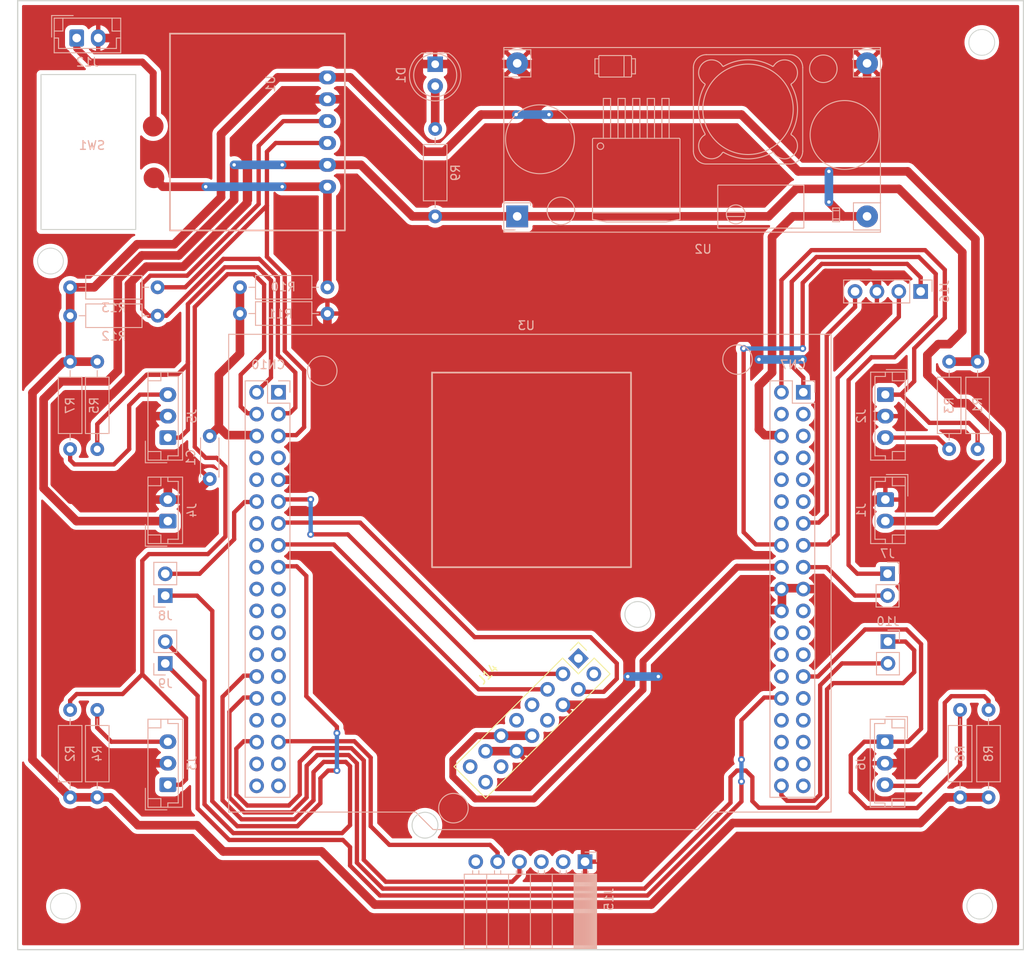
<source format=kicad_pcb>
(kicad_pcb (version 20211014) (generator pcbnew)
  (layers (0 "F.Cu" signal) (31 "B.Cu" signal) (34 "B.Paste" user) (35 "F.Paste" user) (36 "B.SilkS" user "B.Silkscreen") (37 "F.SilkS" user "F.Silkscreen") (38 "B.Mask" user) (39 "F.Mask" user) (44 "Edge.Cuts" user))
  (net 0 "")
  (net 1 "Vbat")
  (net 2 "GND")
  (net 3 "Net-(D1-Pad2)")
  (net 4 "+12V")
  (net 5 "MOTOR1_ENCODER")
  (net 6 "MOTOR3_ENCODER")
  (net 7 "MOTOR2_ENCODER")
  (net 8 "MOTOR4_ENCODER")
  (net 9 "MOTOR1_PWMN")
  (net 10 "MOTOR1_PWM")
  (net 11 "MOTOR2_PWMN")
  (net 12 "MOTOR2_PWM")
  (net 13 "MOTOR3_PWMN")
  (net 14 "MOTOR3_PWM")
  (net 15 "MOTOR4_PWMN")
  (net 16 "MOTOR4_PWM")
  (net 17 "+5V")
  (net 18 "Net-(J12-Pad1)")
  (net 19 "I2C_SDA")
  (net 20 "SPI_MISO")
  (net 21 "SPI_MOSI")
  (net 22 "SPI_SCLK")
  (net 33 "UART_TX")
  (net 34 "UART_RX")
  (net 36 "Net-(R10-Pad1)")
  (net 37 "I2C_SCL")
  (net 38 "SWDIO")
  (net 39 "SWCLK")
  (net 63 "+3V3")
  (net 87 "Net-(J6-Pad3)")
  (net 88 "Net-(J2-Pad3)")
  (net 90 "Net-(J3-Pad3)")
  (net 91 "Net-(J5-Pad3)")
  (footprint "CustomLib:Conector_IMU" (layer "F.Cu") (at 211.849061 202.14623 45)
    (fp_text reference "J14")
    (fp_text value "Conector_IMU")
    (fp_circle (center 26.2904 1.4224) (end 27.7904 1.4224) (layer "Edge.Cuts") (width 0.12) (fill none))
    (fp_circle (center -8.5 1.25) (end -7 1.25) (layer "Edge.Cuts") (width 0.12) (fill none))
  )
  (footprint "Connector_PinSocket_2.54mm:PinSocket_1x04_P2.54mm_Vertical" (layer "B.Cu") (at 264.298906 147.041 90)
    (fp_text reference "J16")
    (fp_text value "Conector_Programador")
  )
  (footprint "Connector_PinHeader_2.54mm:PinHeader_1x02_P2.54mm_Vertical" (layer "B.Cu") (at 260.498906 187.706 180)
    (fp_text reference "J10")
    (fp_text value "Conector_Motor4")
  )
  (footprint "CustomLib:Nucleo_F303RE" (layer "B.Cu") (at 250.846906 158.75 180)
    (fp_text reference "U3")
    (fp_text value "Nucleo_F303RE")
  )
  (footprint "Resistor_THT:R_Axial_DIN0207_L6.3mm_D2.5mm_P10.16mm_Horizontal" (layer "B.Cu") (at 185.227706 149.606)
    (fp_text reference "R11")
    (fp_text value "R")
  )
  (footprint "LED_THT:LED_D5.0mm" (layer "B.Cu") (at 207.906906 120.645 -90)
    (fp_text reference "D1")
    (fp_text value "LED")
  )
  (footprint "Resistor_THT:R_Axial_DIN0207_L6.3mm_D2.5mm_P10.16mm_Horizontal" (layer "B.Cu") (at 165.502906 149.86)
    (fp_text reference "R12")
    (fp_text value "4K7")
  )
  (footprint "Connector_PinHeader_2.54mm:PinHeader_1x02_P2.54mm_Vertical" (layer "B.Cu") (at 176.551906 190.256)
    (fp_text reference "J9")
    (fp_text value "Conector_Motor3")
  )
  (footprint "Capacitor_THT:C_Disc_D4.3mm_W1.9mm_P5.00mm" (layer "B.Cu") (at 181.718906 163.83 -90)
    (fp_text reference "C1")
    (fp_text value "100n")
  )
  (footprint "CustomLib:SW_SPST" (layer "B.Cu") (at 173.120906 121.8438 180)
    (fp_text reference "SW1")
    (fp_text value "SW_SPST")
    (fp_rect (start 0 0) (end 11 -18) (layer "Edge.Cuts") (width 0.12) (fill none))
  )
  (footprint "Connector_JST:JST_EH_B2B-EH-A_1x02_P2.50mm_Vertical" (layer "B.Cu") (at 176.851906 173.716 90)
    (fp_text reference "J4")
    (fp_text value "Conector_Alim_PuenteH2")
  )
  (footprint "Connector_JST:JST_EH_B3B-EH-A_1x03_P2.50mm_Vertical" (layer "B.Cu") (at 260.152906 199.343 -90)
    (fp_text reference "J6")
    (fp_text value "Conector_Encoder4")
  )
  (footprint "Connector_PinHeader_2.54mm:PinHeader_1x02_P2.54mm_Vertical" (layer "B.Cu") (at 176.551906 182.377)
    (fp_text reference "J8")
    (fp_text value "Conector_Motor2")
  )
  (footprint "Resistor_THT:R_Axial_DIN0207_L6.3mm_D2.5mm_P10.16mm_Horizontal" (layer "B.Cu") (at 168.652506 155.194 -90)
    (fp_text reference "R5")
    (fp_text value "10k")
  )
  (footprint "Resistor_THT:R_Axial_DIN0207_L6.3mm_D2.5mm_P10.16mm_Horizontal" (layer "B.Cu") (at 165.502906 155.194 -90)
    (fp_text reference "R7")
    (fp_text value "220")
  )
  (footprint "Resistor_THT:R_Axial_DIN0207_L6.3mm_D2.5mm_P10.16mm_Horizontal" (layer "B.Cu") (at 267.610906 155.194 -90)
    (fp_text reference "R3")
    (fp_text value "220")
  )
  (footprint "Resistor_THT:R_Axial_DIN0207_L6.3mm_D2.5mm_P10.16mm_Horizontal" (layer "B.Cu") (at 168.652506 205.807 90)
    (fp_text reference "R4")
    (fp_text value "220")
  )
  (footprint "Resistor_THT:R_Axial_DIN0207_L6.3mm_D2.5mm_P10.16mm_Horizontal" (layer "B.Cu") (at 272.182906 205.807 90)
    (fp_text reference "R8")
    (fp_text value "220")
  )
  (footprint "Resistor_THT:R_Axial_DIN0207_L6.3mm_D2.5mm_P10.16mm_Horizontal" (layer "B.Cu") (at 270.912906 155.194 -90)
    (fp_text reference "R1")
    (fp_text value "10k")
  )
  (footprint "Resistor_THT:R_Axial_DIN0207_L6.3mm_D2.5mm_P10.16mm_Horizontal" (layer "B.Cu") (at 195.387706 146.558 180)
    (fp_text reference "R10")
    (fp_text value "R")
  )
  (footprint "Connector_JST:JST_EH_B3B-EH-A_1x03_P2.50mm_Vertical" (layer "B.Cu") (at 176.851906 204.343 90)
    (fp_text reference "J3")
    (fp_text value "Conector_Encoder3")
  )
  (footprint "Resistor_THT:R_Axial_DIN0207_L6.3mm_D2.5mm_P10.16mm_Horizontal" (layer "B.Cu") (at 165.502906 146.558)
    (fp_text reference "R13")
    (fp_text value "4K7")
  )
  (footprint "Connector_JST:JST_EH_B2B-EH-A_1x02_P2.50mm_Vertical" (layer "B.Cu") (at 260.198906 171.216 -90)
    (fp_text reference "J1")
    (fp_text value "Conector_Alim_PuenteH1")
  )
  (footprint "Connector_JST:JST_EH_B2B-EH-A_1x02_P2.50mm_Vertical" (layer "B.Cu") (at 166.264906 117.602)
    (fp_text reference "J12")
    (fp_text value "Conector_Baterias")
  )
  (footprint "CustomLib:INA219_Module" (layer "B.Cu") (at 195.387706 122.174 -90)
    (fp_text reference "U1")
    (fp_text value "INA219_Module")
  )
  (footprint "Connector_JST:JST_EH_B3B-EH-A_1x03_P2.50mm_Vertical" (layer "B.Cu") (at 176.851906 164.024 90)
    (fp_text reference "J5")
    (fp_text value "Conector_Encoder2")
  )
  (footprint "Resistor_THT:R_Axial_DIN0207_L6.3mm_D2.5mm_P10.16mm_Horizontal" (layer "B.Cu") (at 207.906906 138.3192 90)
    (fp_text reference "R9")
    (fp_text value "860")
  )
  (footprint "Connector_PinSocket_2.54mm:PinSocket_1x06_P2.54mm_Horizontal" (layer "B.Cu") (at 225.317811 213.278 90)
    (fp_text reference "J15")
    (fp_text value "Conector_ConversorUSB")
  )
  (footprint "Resistor_THT:R_Axial_DIN0207_L6.3mm_D2.5mm_P10.16mm_Horizontal" (layer "B.Cu") (at 165.502906 205.807 90)
    (fp_text reference "R2")
    (fp_text value "10k")
  )
  (footprint "Connector_PinHeader_2.54mm:PinHeader_1x02_P2.54mm_Vertical" (layer "B.Cu") (at 260.452906 179.827 180)
    (fp_text reference "J7")
    (fp_text value "Conector_Motor1")
  )
  (footprint "CustomLib:DCDC_StepDown_LM2596" (layer "B.Cu") (at 217.431906 138.3192)
    (fp_text reference "U2")
    (fp_text value "LM2596_Module")
  )
  (footprint "Resistor_THT:R_Axial_DIN0207_L6.3mm_D2.5mm_P10.16mm_Horizontal" (layer "B.Cu") (at 268.880906 205.807 90)
    (fp_text reference "R6")
    (fp_text value "10k")
  )
  (footprint "Connector_JST:JST_EH_B3B-EH-A_1x03_P2.50mm_Vertical" (layer "B.Cu") (at 260.198906 159.024 -90)
    (fp_text reference "J2")
    (fp_text value "Conector_Encoder1")
  )
  (gr_rect (start 207.539906 179.07) (end 230.653906 156.464) (layer "B.SilkS") (width 0.2) (fill none))
  (gr_rect (start 276.246906 113.26) (end 159.406906 223.496) (layer "Edge.Cuts") (width 0.15) (fill none))
  (gr_circle (center 271.396906 118.11) (end 269.896906 118.11) (layer "Edge.Cuts") (width 0.1) (fill none))
  (gr_circle (center 164.716906 218.44) (end 163.216906 218.44) (layer "Edge.Cuts") (width 0.1) (fill none))
  (gr_circle (center 271.166906 218.44) (end 269.666906 218.44) (layer "Edge.Cuts") (width 0.1) (fill none))
  (gr_circle (center 163.216906 143.51) (end 161.716906 143.51) (layer "Edge.Cuts") (width 0.1) (fill none))
  (segment (start 183.730906 163.73) (end 182.774906 162.774) (width 1) (layer "F.Cu") (net 1))
  (segment (start 182.774906 156.718) (end 182.774906 162.774) (width 1) (layer "F.Cu") (net 1))
  (segment (start 182.774906 162.774) (end 181.718906 163.83) (width 1) (layer "F.Cu") (net 1))
  (segment (start 187.226906 163.73) (end 183.730906 163.73) (width 1) (layer "F.Cu") (net 1))
  (segment (start 185.227706 149.606) (end 185.227706 154.2652) (width 1) (layer "F.Cu") (net 1))
  (segment (start 185.227706 154.2652) (end 182.774906 156.718) (width 1) (layer "F.Cu") (net 1))
  (segment (start 185.227706 146.558) (end 185.227706 149.606) (width 1) (layer "F.Cu") (net 1))
  (segment (start 163.216906 194.31) (end 163.216906 197.358) (width 1) (layer "F.Cu") (net 2))
  (segment (start 190.394906 124.714) (end 186.076906 129.032) (width 1) (layer "F.Cu") (net 2))
  (segment (start 258.071906 121.158) (end 257.563906 120.65) (width 1) (layer "F.Cu") (net 2))
  (segment (start 233.828906 191.77) (end 233.828906 190.5) (width 1) (layer "F.Cu") (net 2))
  (segment (start 226.462906 185.674) (end 214.016906 185.674) (width 1) (layer "F.Cu") (net 2))
  (segment (start 244.750906 152.4) (end 242.464906 152.4) (width 1) (layer "F.Cu") (net 2))
  (segment (start 233.828906 191.77) (end 233.828906 193.802) (width 1) (layer "F.Cu") (net 2))
  (segment (start 171.090906 192.532) (end 164.994906 192.532) (width 1) (layer "F.Cu") (net 2))
  (segment (start 195.387706 166.2828) (end 195.387706 167.2192) (width 1) (layer "F.Cu") (net 2))
  (segment (start 251.792906 146.374) (end 251.792906 154.167057) (width 1) (layer "F.Cu") (net 2))
  (segment (start 242.464906 152.4) (end 241.922906 152.942) (width 1) (layer "F.Cu") (net 2))
  (segment (start 245.512906 154.94) (end 245.512906 153.162) (width 1) (layer "F.Cu") (net 2))
  (segment (start 197.760906 124.714) (end 190.394906 124.714) (width 1) (layer "F.Cu") (net 2))
  (segment (start 172.614906 191.008) (end 171.090906 192.532) (width 1) (layer "F.Cu") (net 2))
  (segment (start 241.922906 177.834) (end 230.272906 189.484) (width 1) (layer "F.Cu") (net 2))
  (segment (start 228.240906 194.564) (end 222.362803 200.442103) (width 1) (layer "F.Cu") (net 2))
  (segment (start 216.898106 120.6242) (end 201.291106 120.6242) (width 1) (layer "F.Cu") (net 2))
  (segment (start 172.340106 156.9928) (end 170.328906 159.004) (width 1) (layer "F.Cu") (net 2))
  (segment (start 265.324906 176.784) (end 266.086906 176.022) (width 1) (layer "F.Cu") (net 2))
  (segment (start 180.234906 174.625) (end 179.091906 175.768) (width 1) (layer "F.Cu") (net 2))
  (segment (start 174.392906 166.37) (end 174.392906 162.306) (width 1) (layer "F.Cu") (net 2))
  (segment (start 170.328906 159.004) (end 164.994906 159.004) (width 1) (layer "F.Cu") (net 2))
  (segment (start 253.276906 144.89) (end 251.792906 146.374) (width 1) (layer "F.Cu") (net 2))
  (segment (start 189.804906 168.81) (end 189.704906 168.91) (width 1) (layer "F.Cu") (net 2))
  (segment (start 214.016906 185.674) (end 195.387706 167.0448) (width 1) (layer "F.Cu") (net 2))
  (segment (start 248.186906 181.51) (end 250.726906 181.51) (width 1) (layer "F.Cu") (net 2))
  (segment (start 258.486906 161.524) (end 257.704906 162.306) (width 1) (layer "F.Cu") (net 2))
  (segment (start 172.340106 146.189876) (end 172.340106 156.9928) (width 1) (layer "F.Cu") (net 2))
  (segment (start 250.664906 181.61) (end 252.878906 181.61) (width 1) (layer "F.Cu") (net 2))
  (segment (start 258.071906 120.5392) (end 258.071906 125.589) (width 1) (layer "F.Cu") (net 2))
  (segment (start 163.216906 197.358) (end 167.701906 201.843) (width 1) (layer "F.Cu") (net 2))
  (segment (start 167.701906 201.843) (end 176.851906 201.843) (width 1) (layer "F.Cu") (net 2))
  (segment (start 163.724906 169.357522) (end 165.583384 171.216) (width 1) (layer "F.Cu") (net 2))
  (segment (start 227.750957 195.053949) (end 228.240906 194.564) (width 1) (layer "F.Cu") (net 2))
  (segment (start 179.332906 171.216) (end 181.718906 168.83) (width 1) (layer "F.Cu") (net 2))
  (segment (start 219.096906 129.032) (end 215.286906 132.842) (width 1) (layer "F.Cu") (net 2))
  (segment (start 230.272906 189.484) (end 226.462906 185.674) (width 1) (layer "F.Cu") (net 2))
  (segment (start 180.234906 172.118) (end 180.234906 174.625) (width 1) (layer "F.Cu") (net 2))
  (segment (start 260.198906 161.524) (end 258.486906 161.524) (width 1) (layer "F.Cu") (net 2))
  (segment (start 172.614906 177.546) (end 172.614906 191.008) (width 1) (layer "F.Cu") (net 2))
  (segment (start 259.218906 147.041) (end 259.218906 145.838919) (width 1) (layer "F.Cu") (net 2))
  (segment (start 257.563906 120.65) (end 217.939906 120.65) (width 1) (layer "F.Cu") (net 2))
  (segment (start 217.357423 200.442103) (end 213.76532 200.442103) (width 1) (layer "F.Cu") (net 2))
  (segment (start 176.851906 168.829) (end 174.392906 166.37) (width 1) (layer "F.Cu") (net 2))
  (segment (start 179.332906 171.216) (end 180.234906 172.118) (width 1) (layer "F.Cu") (net 2))
  (segment (start 230.272906 191.77) (end 230.272906 192.532) (width 1) (layer "F.Cu") (net 2))
  (segment (start 195.387706 167.0448) (end 195.387706 166.2828) (width 1) (layer "F.Cu") (net 2))
  (segment (start 176.851906 171.216) (end 176.851906 168.829) (width 1) (layer "F.Cu") (net 2))
  (segment (start 186.076906 129.032) (end 186.076906 136.737596) (width 1) (layer "F.Cu") (net 2))
  (segment (start 164.994906 159.004) (end 163.724906 160.274) (width 1) (layer "F.Cu") (net 2))
  (segment (start 174.392906 175.768) (end 172.614906 177.546) (width 1) (layer "F.Cu") (net 2))
  (segment (start 165.583384 171.216) (end 176.851906 171.216) (width 1) (layer "F.Cu") (net 2))
  (segment (start 175.174906 161.524) (end 176.851906 161.524) (width 1) (layer "F.Cu") (net 2))
  (segment (start 257.704906 162.306) (end 257.704906 175.006) (width 1) (layer "F.Cu") (net 2))
  (segment (start 225.317811 202.313095) (end 225.317811 213.278) (width 1) (layer "F.Cu") (net 2))
  (segment (start 245.512906 153.162) (end 244.750906 152.4) (width 1) (layer "F.Cu") (net 2))
  (segment (start 174.392906 162.306) (end 175.174906 161.524) (width 1) (layer "F.Cu") (net 2))
  (segment (start 258.954906 171.216) (end 260.198906 171.216) (width 1) (layer "F.Cu") (net 2))
  (segment (start 248.186906 184.05) (end 248.186906 181.51) (width 1) (layer "F.Cu") (net 2))
  (segment (start 217.431906 121.158) (end 219.096906 122.823) (width 1) (layer "F.Cu") (net 2))
  (segment (start 198.268906 117.602) (end 168.764906 117.602) (width 1) (layer "F.Cu") (net 2))
  (segment (start 255.672906 184.404) (end 263.292906 184.404) (width 1) (layer "F.Cu") (net 2))
  (segment (start 217.431906 121.158) (end 216.898106 120.6242) (width 1) (layer "F.Cu") (net 2))
  (segment (start 176.851906 171.216) (end 179.332906 171.216) (width 1) (layer "F.Cu") (net 2))
  (segment (start 230.272906 191.77) (end 230.272906 189.484) (width 1) (layer "F.Cu") (net 2))
  (segment (start 233.828906 193.802) (end 225.317811 202.313095) (width 1) (layer "F.Cu") (net 2))
  (segment (start 257.704906 175.006) (end 259.482906 176.784) (width 1) (layer "F.Cu") (net 2))
  (segment (start 217.939906 120.65) (end 217.431906 121.158) (width 1) (layer "F.Cu") (net 2))
  (segment (start 257.704906 172.466) (end 258.954906 171.216) (width 1) (layer "F.Cu") (net 2))
  (segment (start 258.269987 144.89) (end 253.276906 144.89) (width 1) (layer "F.Cu") (net 2))
  (segment (start 174.371982 144.158) (end 172.340106 146.189876) (width 1) (layer "F.Cu") (net 2))
  (segment (start 233.828906 190.5) (end 240.278906 184.05) (width 1) (layer "F.Cu") (net 2))
  (segment (start 163.724906 160.274) (end 163.724906 169.357522) (width 1) (layer "F.Cu") (net 2))
  (segment (start 195.387706 149.606) (end 195.387706 166.2828) (width 1) (layer "F.Cu") (net 2))
  (segment (start 265.578906 200.152) (end 265.578906 182.118) (width 1) (layer "F.Cu") (net 2))
  (segment (start 179.091906 175.768) (end 174.392906 175.768) (width 1) (layer "F.Cu") (net 2))
  (segment (start 178.656502 144.158) (end 174.371982 144.158) (width 1) (layer "F.Cu") (net 2))
  (segment (start 222.745576 195.053949) (end 227.750957 195.053949) (width 1) (layer "F.Cu") (net 2))
  (segment (start 252.878906 181.61) (end 255.672906 184.404) (width 1) (layer "F.Cu") (net 2))
  (segment (start 241.922906 152.942) (end 241.922906 177.834) (width 1) (layer "F.Cu") (net 2))
  (segment (start 186.076906 136.737596) (end 178.656502 144.158) (width 1) (layer "F.Cu") (net 2))
  (segment (start 193.696906 168.91) (end 189.704906 168.91) (width 1) (layer "F.Cu") (net 2))
  (segment (start 274.976906 142.494) (end 274.976906 167.132) (width 1) (layer "F.Cu") (net 2))
  (segment (start 222.362803 200.442103) (end 217.357423 200.442103) (width 1) (layer "F.Cu") (net 2))
  (segment (start 251.019963 154.94) (end 250.592906 154.94) (width 1) (layer "F.Cu") (net 2))
  (segment (start 219.096906 122.823) (end 219.096906 129.032) (width 1) (layer "F.Cu") (net 2))
  (segment (start 260.152906 201.843) (end 263.887906 201.843) (width 1) (layer "F.Cu") (net 2))
  (segment (start 259.218906 145.838919) (end 258.269987 144.89) (width 1) (layer "F.Cu") (net 2))
  (segment (start 195.387706 149.606) (end 195.474906 149.6932) (width 1) (layer "F.Cu") (net 2))
  (segment (start 240.278906 184.05) (end 248.186906 184.05) (width 1) (layer "F.Cu") (net 2))
  (segment (start 195.387706 167.2192) (end 193.696906 168.91) (width 1) (layer "F.Cu") (net 2))
  (segment (start 274.976906 167.132) (end 266.086906 176.022) (width 1) (layer "F.Cu") (net 2))
  (segment (start 205.888906 132.842) (end 197.760906 124.714) (width 1) (layer "F.Cu") (net 2))
  (segment (start 265.578906 182.118) (end 265.578906 176.53) (width 1) (layer "F.Cu") (net 2))
  (segment (start 258.071906 125.589) (end 274.976906 142.494) (width 1) (layer "F.Cu") (net 2))
  (segment (start 251.792906 154.167057) (end 251.019963 154.94) (width 1) (layer "F.Cu") (net 2))
  (segment (start 265.578906 176.53) (end 266.086906 176.022) (width 1) (layer "F.Cu") (net 2))
  (segment (start 201.291106 120.6242) (end 198.268906 117.602) (width 1) (layer "F.Cu") (net 2))
  (segment (start 263.887906 201.843) (end 265.578906 200.152) (width 1) (layer "F.Cu") (net 2))
  (segment (start 259.482906 176.784) (end 265.324906 176.784) (width 1) (layer "F.Cu") (net 2))
  (segment (start 164.994906 192.532) (end 163.216906 194.31) (width 1) (layer "F.Cu") (net 2))
  (segment (start 215.286906 132.842) (end 205.888906 132.842) (width 1) (layer "F.Cu") (net 2))
  (segment (start 263.292906 184.404) (end 265.578906 182.118) (width 1) (layer "F.Cu") (net 2))
  (segment (start 230.272906 192.532) (end 228.240906 194.564) (width 1) (layer "F.Cu") (net 2))
  (via (at 245.512906 154.94) (size 0.8) (drill 0.4) (layers "F.Cu" "B.Cu") (net 2))
  (via (at 233.828906 191.77) (size 0.8) (drill 0.4) (layers "F.Cu" "B.Cu") (net 2))
  (via (at 230.272906 191.77) (size 0.8) (drill 0.4) (layers "F.Cu" "B.Cu") (net 2))
  (via (at 250.592906 154.94) (size 0.8) (drill 0.4) (layers "F.Cu" "B.Cu") (net 2))
  (segment (start 250.592906 154.94) (end 245.512906 154.94) (width 1) (layer "B.Cu") (net 2))
  (segment (start 233.828906 191.77) (end 230.272906 191.77) (width 1) (layer "B.Cu") (net 2))
  (segment (start 207.906906 123.698) (end 207.906906 127.923) (width 1) (layer "F.Cu") (net 3))
  (segment (start 162.424906 169.896) (end 166.244906 173.716) (width 1) (layer "F.Cu") (net 4))
  (segment (start 249.830906 135.128) (end 246.639706 138.3192) (width 1) (layer "F.Cu") (net 4))
  (segment (start 171.040106 156.2608) (end 169.820906 157.48) (width 1) (layer "F.Cu") (net 4))
  (segment (start 199.284906 132.334) (end 205.270106 138.3192) (width 1) (layer "F.Cu") (net 4))
  (segment (start 190.140906 132.334) (end 199.284906 132.334) (width 1) (layer "F.Cu") (net 4))
  (segment (start 266.340906 153.162) (end 267.610906 153.162) (width 1) (layer "F.Cu") (net 4))
  (segment (start 268.372906 160.02) (end 265.070906 156.718) (width 1) (layer "F.Cu") (net 4))
  (segment (start 267.610906 153.162) (end 269.134906 151.638) (width 1) (layer "F.Cu") (net 4))
  (segment (start 184.552906 132.334) (end 184.552906 136.423118) (width 1) (layer "F.Cu") (net 4))
  (segment (start 217.431906 138.3192) (end 207.906906 138.3192) (width 1) (layer "F.Cu") (net 4))
  (segment (start 166.244906 173.716) (end 176.851906 173.716) (width 1) (layer "F.Cu") (net 4))
  (segment (start 169.820906 157.48) (end 164.486906 157.48) (width 1) (layer "F.Cu") (net 4))
  (segment (start 260.198906 173.716) (end 266.106906 173.716) (width 1) (layer "F.Cu") (net 4))
  (segment (start 164.486906 157.48) (end 162.424906 159.542) (width 1) (layer "F.Cu") (net 4))
  (segment (start 269.642906 160.02) (end 268.372906 160.02) (width 1) (layer "F.Cu") (net 4))
  (segment (start 273.198906 166.624) (end 273.198906 163.576) (width 1) (layer "F.Cu") (net 4))
  (segment (start 162.424906 159.542) (end 162.424906 169.896) (width 1) (layer "F.Cu") (net 4))
  (segment (start 273.198906 163.576) (end 269.642906 160.02) (width 1) (layer "F.Cu") (net 4))
  (segment (start 265.070906 156.718) (end 265.070906 154.432) (width 1) (layer "F.Cu") (net 4))
  (segment (start 266.106906 173.716) (end 273.198906 166.624) (width 1) (layer "F.Cu") (net 4))
  (segment (start 261.768906 135.128) (end 249.830906 135.128) (width 1) (layer "F.Cu") (net 4))
  (segment (start 269.134906 142.494) (end 261.768906 135.128) (width 1) (layer "F.Cu") (net 4))
  (segment (start 246.639706 138.3192) (end 217.431906 138.3192) (width 1) (layer "F.Cu") (net 4))
  (segment (start 173.833504 142.858) (end 171.040106 145.651398) (width 1) (layer "F.Cu") (net 4))
  (segment (start 178.118024 142.858) (end 173.833504 142.858) (width 1) (layer "F.Cu") (net 4))
  (segment (start 184.552906 136.423118) (end 178.118024 142.858) (width 1) (layer "F.Cu") (net 4))
  (segment (start 265.070906 154.432) (end 266.340906 153.162) (width 1) (layer "F.Cu") (net 4))
  (segment (start 205.270106 138.3192) (end 207.906906 138.3192) (width 1) (layer "F.Cu") (net 4))
  (segment (start 171.040106 145.651398) (end 171.040106 156.2608) (width 1) (layer "F.Cu") (net 4))
  (segment (start 269.134906 151.638) (end 269.134906 142.494) (width 1) (layer "F.Cu") (net 4))
  (via (at 190.140906 132.334) (size 0.8) (drill 0.4) (layers "F.Cu" "B.Cu") (net 4))
  (via (at 184.552906 132.334) (size 0.8) (drill 0.4) (layers "F.Cu" "B.Cu") (net 4))
  (segment (start 184.552906 132.334) (end 190.140906 132.334) (width 1) (layer "B.Cu") (net 4))
  (segment (start 263.546906 153.67) (end 267.102906 150.114) (width 0.5) (layer "F.Cu") (net 5))
  (segment (start 263.546906 157.48) (end 263.546906 153.67) (width 0.5) (layer "F.Cu") (net 5))
  (segment (start 262.042906 159.024) (end 260.198906 159.024) (width 0.5) (layer "F.Cu") (net 5))
  (segment (start 251.608906 142.24) (end 248.124906 145.724) (width 0.5) (layer "F.Cu") (net 5))
  (segment (start 270.912906 165.354) (end 270.912906 163.322) (width 0.5) (layer "F.Cu") (net 5))
  (segment (start 270.912906 163.322) (end 269.896906 162.306) (width 0.5) (layer "F.Cu") (net 5))
  (segment (start 267.102906 150.114) (end 267.102906 144.526) (width 0.5) (layer "F.Cu") (net 5))
  (segment (start 248.124906 158.588) (end 248.186906 158.65) (width 0.5) (layer "F.Cu") (net 5))
  (segment (start 269.896906 162.306) (end 265.324906 162.306) (width 0.5) (layer "F.Cu") (net 5))
  (segment (start 265.324906 162.306) (end 262.042906 159.024) (width 0.5) (layer "F.Cu") (net 5))
  (segment (start 262.002906 159.024) (end 263.546906 157.48) (width 0.5) (layer "F.Cu") (net 5))
  (segment (start 267.102906 144.526) (end 264.816906 142.24) (width 0.5) (layer "F.Cu") (net 5))
  (segment (start 264.816906 142.24) (end 251.608906 142.24) (width 0.5) (layer "F.Cu") (net 5))
  (segment (start 260.198906 159.024) (end 262.002906 159.024) (width 0.5) (layer "F.Cu") (net 5))
  (segment (start 248.124906 145.724) (end 248.124906 158.588) (width 0.5) (layer "F.Cu") (net 5))
  (segment (start 174.646906 177.546) (end 181.504906 177.546) (width 0.5) (layer "F.Cu") (net 6))
  (segment (start 183.536906 175.514) (end 183.536906 167.386) (width 0.5) (layer "F.Cu") (net 6))
  (segment (start 186.103906 161.19) (end 187.226906 161.19) (width 0.5) (layer "F.Cu") (net 6))
  (segment (start 183.536906 167.386) (end 182.520906 166.37) (width 0.5) (layer "F.Cu") (net 6))
  (segment (start 181.504906 177.546) (end 183.536906 175.514) (width 0.5) (layer "F.Cu") (net 6))
  (segment (start 171.598906 193.802) (end 173.884906 191.516) (width 0.5) (layer "F.Cu") (net 6))
  (segment (start 178.964906 203.708) (end 178.329906 204.343) (width 0.5) (layer "F.Cu") (net 6))
  (segment (start 173.884906 178.308) (end 174.646906 177.546) (width 0.5) (layer "F.Cu") (net 6))
  (segment (start 183.790906 145.034) (end 186.838906 145.034) (width 0.5) (layer "F.Cu") (net 6))
  (segment (start 173.884906 191.516) (end 173.884906 178.308) (width 0.5) (layer "F.Cu") (net 6))
  (segment (start 185.314906 160.401) (end 186.103906 161.19) (width 0.5) (layer "F.Cu") (net 6))
  (segment (start 173.884906 191.516) (end 178.964906 196.596) (width 0.5) (layer "F.Cu") (net 6))
  (segment (start 182.520906 166.37) (end 181.250906 166.37) (width 0.5) (layer "F.Cu") (net 6))
  (segment (start 165.502906 194.564) (end 166.264906 193.802) (width 0.5) (layer "F.Cu") (net 6))
  (segment (start 188.032906 146.228) (end 188.032906 154) (width 0.5) (layer "F.Cu") (net 6))
  (segment (start 166.264906 193.802) (end 171.598906 193.802) (width 0.5) (layer "F.Cu") (net 6))
  (segment (start 179.980906 148.844) (end 183.790906 145.034) (width 0.5) (layer "F.Cu") (net 6))
  (segment (start 181.250906 166.37) (end 179.980906 165.1) (width 0.5) (layer "F.Cu") (net 6))
  (segment (start 179.980906 165.1) (end 179.980906 148.844) (width 0.5) (layer "F.Cu") (net 6))
  (segment (start 178.964906 196.596) (end 178.964906 203.708) (width 0.5) (layer "F.Cu") (net 6))
  (segment (start 188.032906 154) (end 185.314906 156.718) (width 0.5) (layer "F.Cu") (net 6))
  (segment (start 186.838906 145.034) (end 188.032906 146.228) (width 0.5) (layer "F.Cu") (net 6))
  (segment (start 185.314906 156.718) (end 185.314906 160.401) (width 0.5) (layer "F.Cu") (net 6))
  (segment (start 178.329906 204.343) (end 176.851906 204.343) (width 0.5) (layer "F.Cu") (net 6))
  (segment (start 165.502906 195.647) (end 165.502906 194.564) (width 0.5) (layer "F.Cu") (net 6))
  (segment (start 179.180906 163.106) (end 179.180906 155.156) (width 0.5) (layer "F.Cu") (net 7))
  (segment (start 179.180906 155.486) (end 179.180906 155.156) (width 0.5) (layer "F.Cu") (net 7))
  (segment (start 176.851906 164.024) (end 178.262906 164.024) (width 0.5) (layer "F.Cu") (net 7))
  (segment (start 168.652506 162.4584) (end 174.392906 156.718) (width 0.5) (layer "F.Cu") (net 7))
  (segment (start 168.652506 165.354) (end 168.652506 162.4584) (width 0.5) (layer "F.Cu") (net 7))
  (segment (start 187.308906 144.234) (end 188.832906 145.758) (width 0.5) (layer "F.Cu") (net 7))
  (segment (start 188.832906 157.044) (end 187.126906 158.75) (width 0.5) (layer "F.Cu") (net 7))
  (segment (start 179.180906 155.156) (end 179.180906 148.51263) (width 0.5) (layer "F.Cu") (net 7))
  (segment (start 188.832906 145.758) (end 188.832906 157.044) (width 0.5) (layer "F.Cu") (net 7))
  (segment (start 183.459536 144.234) (end 187.308906 144.234) (width 0.5) (layer "F.Cu") (net 7))
  (segment (start 177.948906 156.718) (end 179.180906 155.486) (width 0.5) (layer "F.Cu") (net 7))
  (segment (start 178.262906 164.024) (end 179.180906 163.106) (width 0.5) (layer "F.Cu") (net 7))
  (segment (start 179.180906 148.51263) (end 183.459536 144.234) (width 0.5) (layer "F.Cu") (net 7))
  (segment (start 174.392906 156.718) (end 177.948906 156.718) (width 0.5) (layer "F.Cu") (net 7))
  (segment (start 256.180906 205.232) (end 257.996906 207.048) (width 0.5) (layer "F.Cu") (net 8))
  (segment (start 257.834906 186.306) (end 262.654906 186.306) (width 0.5) (layer "F.Cu") (net 8))
  (segment (start 257.751906 199.343) (end 256.180906 200.914) (width 0.5) (layer "F.Cu") (net 8))
  (segment (start 252.370906 191.77) (end 257.834906 186.306) (width 0.5) (layer "F.Cu") (net 8))
  (segment (start 262.654906 186.306) (end 264.346906 187.998) (width 0.5) (layer "F.Cu") (net 8))
  (segment (start 250.664906 191.77) (end 252.370906 191.77) (width 0.5) (layer "F.Cu") (net 8))
  (segment (start 262.831906 199.343) (end 260.152906 199.343) (width 0.5) (layer "F.Cu") (net 8))
  (segment (start 264.346906 187.998) (end 264.346906 197.828) (width 0.5) (layer "F.Cu") (net 8))
  (segment (start 256.180906 200.914) (end 256.180906 205.232) (width 0.5) (layer "F.Cu") (net 8))
  (segment (start 263.878276 207.048) (end 268.880906 202.04537) (width 0.5) (layer "F.Cu") (net 8))
  (segment (start 264.346906 197.828) (end 262.831906 199.343) (width 0.5) (layer "F.Cu") (net 8))
  (segment (start 257.996906 207.048) (end 263.878276 207.048) (width 0.5) (layer "F.Cu") (net 8))
  (segment (start 268.880906 202.04537) (end 268.880906 195.647) (width 0.5) (layer "F.Cu") (net 8))
  (segment (start 260.152906 199.343) (end 257.751906 199.343) (width 0.5) (layer "F.Cu") (net 8))
  (segment (start 260.452906 179.827) (end 256.937906 179.827) (width 0.5) (layer "F.Cu") (net 9))
  (segment (start 256.937906 179.827) (end 255.926906 178.816) (width 0.5) (layer "F.Cu") (net 9))
  (segment (start 266.048906 144.996) (end 264.092906 143.04) (width 0.5) (layer "F.Cu") (net 9))
  (segment (start 252.194276 143.04) (end 249.322906 145.91137) (width 0.5) (layer "F.Cu") (net 9))
  (segment (start 258.582276 154.686) (end 261.260906 154.686) (width 0.5) (layer "F.Cu") (net 9))
  (segment (start 264.092906 143.04) (end 252.194276 143.04) (width 0.5) (layer "F.Cu") (net 9))
  (segment (start 249.322906 155.702) (end 250.664906 157.044) (width 0.5) (layer "F.Cu") (net 9))
  (segment (start 250.664906 157.044) (end 250.664906 158.75) (width 0.5) (layer "F.Cu") (net 9))
  (segment (start 261.260906 154.686) (end 266.048906 149.898) (width 0.5) (layer "F.Cu") (net 9))
  (segment (start 255.926906 178.816) (end 255.926906 157.34137) (width 0.5) (layer "F.Cu") (net 9))
  (segment (start 249.322906 145.91137) (end 249.322906 155.702) (width 0.5) (layer "F.Cu") (net 9))
  (segment (start 266.048906 149.898) (end 266.048906 144.996) (width 0.5) (layer "F.Cu") (net 9))
  (segment (start 255.926906 157.34137) (end 258.582276 154.686) (width 0.5) (layer "F.Cu") (net 9))
  (segment (start 260.452906 182.367) (end 256.683906 182.367) (width 0.5) (layer "F.Cu") (net 10))
  (segment (start 253.386906 179.07) (end 250.664906 179.07) (width 0.5) (layer "F.Cu") (net 10))
  (segment (start 256.683906 182.367) (end 253.386906 179.07) (width 0.5) (layer "F.Cu") (net 10))
  (segment (start 250.726906 178.97) (end 250.756906 179) (width 0.5) (layer "F.Cu") (net 10))
  (segment (start 196.490906 197.612) (end 192.934906 194.056) (width 0.5) (layer "F.Cu") (net 11))
  (segment (start 180.239906 182.377) (end 176.551906 182.377) (width 0.5) (layer "F.Cu") (net 11))
  (segment (start 182.012906 206.248) (end 182.012906 184.15) (width 0.5) (layer "F.Cu") (net 11))
  (segment (start 192.934906 180.086) (end 191.818906 178.97) (width 0.5) (layer "F.Cu") (net 11))
  (segment (start 194.572906 206.480113) (end 191.897017 209.156001) (width 0.5) (layer "F.Cu") (net 11))
  (segment (start 184.920907 209.156001) (end 182.012906 206.248) (width 0.5) (layer "F.Cu") (net 11))
  (segment (start 196.490906 198.3405) (end 196.490906 197.612) (width 0.5) (layer "F.Cu") (net 11))
  (segment (start 182.012906 184.15) (end 180.239906 182.377) (width 0.5) (layer "F.Cu") (net 11))
  (segment (start 194.572906 203.594) (end 194.572906 206.480113) (width 0.5) (layer "F.Cu") (net 11))
  (segment (start 191.818906 178.97) (end 189.766906 178.97) (width 0.5) (layer "F.Cu") (net 11))
  (segment (start 196.490906 202.692) (end 195.474906 202.692) (width 0.5) (layer "F.Cu") (net 11))
  (segment (start 192.934906 194.056) (end 192.934906 180.086) (width 0.5) (layer "F.Cu") (net 11))
  (segment (start 191.897017 209.156001) (end 184.920907 209.156001) (width 0.5) (layer "F.Cu") (net 11))
  (segment (start 195.474906 202.692) (end 194.572906 203.594) (width 0.5) (layer "F.Cu") (net 11))
  (via (at 196.490906 198.3405) (size 0.8) (drill 0.4) (layers "F.Cu" "B.Cu") (net 11))
  (via (at 196.490906 202.692) (size 0.8) (drill 0.4) (layers "F.Cu" "B.Cu") (net 11))
  (segment (start 196.490906 202.692) (end 196.490906 198.3405) (width 0.5) (layer "B.Cu") (net 11))
  (segment (start 185.772906 171.5) (end 187.076906 171.5) (width 0.5) (layer "F.Cu") (net 12))
  (segment (start 180.541591 179.837) (end 184.552906 175.825685) (width 0.5) (layer "F.Cu") (net 12))
  (segment (start 176.551906 179.837) (end 180.541591 179.837) (width 0.5) (layer "F.Cu") (net 12))
  (segment (start 184.552906 175.825685) (end 184.552906 172.72) (width 0.5) (layer "F.Cu") (net 12))
  (segment (start 184.552906 172.72) (end 185.772906 171.5) (width 0.5) (layer "F.Cu") (net 12))
  (segment (start 232.562773 217.208) (end 201.493535 217.208) (width 0.5) (layer "F.Cu") (net 13))
  (segment (start 198.014906 213.72937) (end 198.014906 211.582) (width 0.5) (layer "F.Cu") (net 13))
  (segment (start 197.188907 210.756001) (end 183.980907 210.756001) (width 0.5) (layer "F.Cu") (net 13))
  (segment (start 180.310906 194.015) (end 176.551906 190.256) (width 0.5) (layer "F.Cu") (net 13))
  (segment (start 243.480906 206.289867) (end 232.562773 217.208) (width 0.5) (layer "F.Cu") (net 13))
  (segment (start 246.120906 194.21) (end 248.186906 194.21) (width 0.5) (layer "F.Cu") (net 13))
  (segment (start 243.480906 196.85) (end 246.120906 194.21) (width 0.5) (layer "F.Cu") (net 13))
  (segment (start 243.480906 203.962) (end 243.480906 206.289867) (width 0.5) (layer "F.Cu") (net 13))
  (segment (start 201.493535 217.208) (end 198.014906 213.72937) (width 0.5) (layer "F.Cu") (net 13))
  (segment (start 198.014906 211.582) (end 197.188907 210.756001) (width 0.5) (layer "F.Cu") (net 13))
  (segment (start 243.480906 201.422) (end 243.480906 196.85) (width 0.5) (layer "F.Cu") (net 13))
  (segment (start 183.980907 210.756001) (end 180.310906 207.086) (width 0.5) (layer "F.Cu") (net 13))
  (segment (start 180.310906 207.086) (end 180.310906 194.015) (width 0.5) (layer "F.Cu") (net 13))
  (via (at 243.480906 201.422) (size 0.8) (drill 0.4) (layers "F.Cu" "B.Cu") (net 13))
  (via (at 243.480906 203.962) (size 0.8) (drill 0.4) (layers "F.Cu" "B.Cu") (net 13))
  (segment (start 243.480906 201.422) (end 243.480906 203.962) (width 0.5) (layer "B.Cu") (net 13))
  (segment (start 194.952906 201.69) (end 197.520906 201.69) (width 0.5) (layer "F.Cu") (net 14))
  (segment (start 183.206906 194.132) (end 183.206906 206.148741) (width 0.5) (layer "F.Cu") (net 14))
  (segment (start 181.110906 206.616) (end 181.110906 192.275) (width 0.5) (layer "F.Cu") (net 14))
  (segment (start 197.100905 209.956001) (end 184.450907 209.956001) (width 0.5) (layer "F.Cu") (net 14))
  (segment (start 181.110906 192.275) (end 176.551906 187.716) (width 0.5) (layer "F.Cu") (net 14))
  (segment (start 183.206906 206.148741) (end 185.414164 208.356) (width 0.5) (layer "F.Cu") (net 14))
  (segment (start 198.014906 209.042) (end 197.100905 209.956001) (width 0.5) (layer "F.Cu") (net 14))
  (segment (start 184.450907 209.956001) (end 181.110906 206.616) (width 0.5) (layer "F.Cu") (net 14))
  (segment (start 187.226906 191.67) (end 185.668906 191.67) (width 0.5) (layer "F.Cu") (net 14))
  (segment (start 185.668906 191.67) (end 183.206906 194.132) (width 0.5) (layer "F.Cu") (net 14))
  (segment (start 193.772906 206.148742) (end 193.772906 202.87) (width 0.5) (layer "F.Cu") (net 14))
  (segment (start 198.014906 202.184) (end 198.014906 209.042) (width 0.5) (layer "F.Cu") (net 14))
  (segment (start 197.520906 201.69) (end 198.014906 202.184) (width 0.5) (layer "F.Cu") (net 14))
  (segment (start 191.565647 208.356) (end 193.772906 206.148742) (width 0.5) (layer "F.Cu") (net 14))
  (segment (start 185.414164 208.356) (end 191.565647 208.356) (width 0.5) (layer "F.Cu") (net 14))
  (segment (start 193.772906 202.87) (end 194.952906 201.69) (width 0.5) (layer "F.Cu") (net 14))
  (segment (start 192.972906 205.817371) (end 192.972906 202.146) (width 0.5) (layer "F.Cu") (net 15))
  (segment (start 192.972906 202.146) (end 194.228906 200.89) (width 0.5) (layer "F.Cu") (net 15))
  (segment (start 243.988906 202.692) (end 244.750906 203.454) (width 0.5) (layer "F.Cu") (net 15))
  (segment (start 244.750906 203.454) (end 244.750906 206.248) (width 0.5) (layer "F.Cu") (net 15))
  (segment (start 253.424906 193.256) (end 254.148906 192.532) (width 0.5) (layer "F.Cu") (net 15))
  (segment (start 184.006906 205.81737) (end 185.745535 207.556) (width 0.5) (layer "F.Cu") (net 15))
  (segment (start 262.530906 187.706) (end 260.498906 187.706) (width 0.5) (layer "F.Cu") (net 15))
  (segment (start 191.234276 207.556) (end 192.972906 205.817371) (width 0.5) (layer "F.Cu") (net 15))
  (segment (start 185.668906 194.21) (end 184.006906 195.872) (width 0.5) (layer "F.Cu") (net 15))
  (segment (start 252.232276 207.01) (end 253.424906 205.81737) (width 0.5) (layer "F.Cu") (net 15))
  (segment (start 187.226906 194.21) (end 185.668906 194.21) (width 0.5) (layer "F.Cu") (net 15))
  (segment (start 253.424906 205.81737) (end 253.424906 193.256) (width 0.5) (layer "F.Cu") (net 15))
  (segment (start 263.546906 191.262) (end 263.546906 188.722) (width 0.5) (layer "F.Cu") (net 15))
  (segment (start 197.852276 200.89) (end 198.814906 201.85263) (width 0.5) (layer "F.Cu") (net 15))
  (segment (start 198.814906 201.85263) (end 198.814906 213.398) (width 0.5) (layer "F.Cu") (net 15))
  (segment (start 201.824906 216.408) (end 232.231403 216.408) (width 0.5) (layer "F.Cu") (net 15))
  (segment (start 242.972906 202.692) (end 243.988906 202.692) (width 0.5) (layer "F.Cu") (net 15))
  (segment (start 245.512906 207.01) (end 252.232276 207.01) (width 0.5) (layer "F.Cu") (net 15))
  (segment (start 187.126906 194.31) (end 187.226906 194.21) (width 0.5) (layer "F.Cu") (net 15))
  (segment (start 254.148906 192.532) (end 262.276906 192.532) (width 0.5) (layer "F.Cu") (net 15))
  (segment (start 263.546906 188.722) (end 262.530906 187.706) (width 0.5) (layer "F.Cu") (net 15))
  (segment (start 242.210906 206.428497) (end 242.210906 203.454) (width 0.5) (layer "F.Cu") (net 15))
  (segment (start 244.750906 206.248) (end 245.512906 207.01) (width 0.5) (layer "F.Cu") (net 15))
  (segment (start 262.276906 192.532) (end 263.546906 191.262) (width 0.5) (layer "F.Cu") (net 15))
  (segment (start 198.814906 213.398) (end 201.824906 216.408) (width 0.5) (layer "F.Cu") (net 15))
  (segment (start 184.006906 195.872) (end 184.006906 205.81737) (width 0.5) (layer "F.Cu") (net 15))
  (segment (start 185.745535 207.556) (end 191.234276 207.556) (width 0.5) (layer "F.Cu") (net 15))
  (segment (start 242.210906 203.454) (end 242.972906 202.692) (width 0.5) (layer "F.Cu") (net 15))
  (segment (start 232.231403 216.408) (end 242.210906 206.428497) (width 0.5) (layer "F.Cu") (net 15))
  (segment (start 194.228906 200.89) (end 197.852276 200.89) (width 0.5) (layer "F.Cu") (net 15))
  (segment (start 248.776906 206.21) (end 251.900906 206.21) (width 0.5) (layer "F.Cu") (net 16))
  (segment (start 252.624906 192.786) (end 255.164906 190.246) (width 0.5) (layer "F.Cu") (net 16))
  (segment (start 255.164906 190.246) (end 260.498906 190.246) (width 0.5) (layer "F.Cu") (net 16))
  (segment (start 248.124906 205.558) (end 248.776906 206.21) (width 0.5) (layer "F.Cu") (net 16))
  (segment (start 248.124906 204.47) (end 248.124906 205.558) (width 0.5) (layer "F.Cu") (net 16))
  (segment (start 252.624906 205.486) (end 252.624906 192.786) (width 0.5) (layer "F.Cu") (net 16))
  (segment (start 251.900906 206.21) (end 252.624906 205.486) (width 0.5) (layer "F.Cu") (net 16))
  (segment (start 242.467697 208.788) (end 232.997697 218.258) (width 1) (layer "F.Cu") (net 17))
  (segment (start 168.652506 155.194) (end 165.502906 155.194) (width 1) (layer "F.Cu") (net 17))
  (segment (start 173.295026 141.558) (end 168.295026 146.558) (width 1) (layer "F.Cu") (net 17))
  (segment (start 232.050906 193.294) (end 232.050906 189.992) (width 0.8) (layer "F.Cu") (net 17))
  (segment (start 165.502906 146.558) (end 165.502906 155.194) (width 1) (layer "F.Cu") (net 17))
  (segment (start 161.124906 158.81) (end 161.124906 201.429) (width 1) (layer "F.Cu") (net 17))
  (segment (start 215.561372 198.646051) (end 212.728855 198.646051) (width 0.8) (layer "F.Cu") (net 17))
  (segment (start 232.050906 189.992) (end 242.972906 179.07) (width 0.8) (layer "F.Cu") (net 17))
  (segment (start 177.579546 141.558) (end 173.295026 141.558) (width 1) (layer "F.Cu") (net 17))
  (segment (start 173.376906 209.042) (end 170.141906 205.807) (width 1) (layer "F.Cu") (net 17))
  (segment (start 168.295026 146.558) (end 165.502906 146.558) (width 1) (layer "F.Cu") (net 17))
  (segment (start 180.234906 209.042) (end 173.376906 209.042) (width 1) (layer "F.Cu") (net 17))
  (segment (start 183.028906 128.778) (end 183.028906 136.10864) (width 1) (layer "F.Cu") (net 17))
  (segment (start 170.141906 205.807) (end 168.652506 205.807) (width 1) (layer "F.Cu") (net 17))
  (segment (start 245.512906 157.988) (end 247.036906 156.464) (width 1) (layer "F.Cu") (net 17))
  (segment (start 161.124906 201.429) (end 165.502906 205.807) (width 1) (layer "F.Cu") (net 17))
  (segment (start 248.186906 179.008) (end 248.124906 179.07) (width 0.8) (layer "F.Cu") (net 17))
  (segment (start 183.028906 136.10864) (end 177.579546 141.558) (width 1) (layer "F.Cu") (net 17))
  (segment (start 213.254906 126.492) (end 208.936906 130.81) (width 1) (layer "F.Cu") (net 17))
  (segment (start 219.350906 205.994) (end 232.050906 193.294) (width 0.8) (layer "F.Cu") (net 17))
  (segment (start 219.153474 198.646051) (end 215.561372 198.646051) (width 1) (layer "F.Cu") (net 17))
  (segment (start 183.282906 212.09) (end 180.234906 209.042) (width 1) (layer "F.Cu") (net 17))
  (segment (start 249.433706 138.3192) (end 255.308106 138.3192) (width 1) (layer "F.Cu") (net 17))
  (segment (start 267.235124 205.807) (end 268.880906 205.807) (width 1) (layer "F.Cu") (net 17))
  (segment (start 165.502906 155.194) (end 164.740906 155.194) (width 1) (layer "F.Cu") (net 17))
  (segment (start 212.728855 198.646051) (end 209.952906 201.422) (width 0.8) (layer "F.Cu") (net 17))
  (segment (start 198.014906 122.174) (end 195.387706 122.174) (width 1) (layer "F.Cu") (net 17))
  (segment (start 232.997697 218.258) (end 200.880906 218.258) (width 1) (layer "F.Cu") (net 17))
  (segment (start 270.658906 140.97) (end 270.658906 154.94) (width 1) (layer "F.Cu") (net 17))
  (segment (start 168.652506 205.807) (end 165.502906 205.807) (width 1) (layer "F.Cu") (net 17))
  (segment (start 242.972906 179.07) (end 248.124906 179.07) (width 0.8) (layer "F.Cu") (net 17))
  (segment (start 217.318906 126.492) (end 213.254906 126.492) (width 1) (layer "F.Cu") (net 17))
  (segment (start 268.880906 205.807) (end 272.182906 205.807) (width 1) (layer "F.Cu") (net 17))
  (segment (start 194.712906 212.09) (end 183.282906 212.09) (width 1) (layer "F.Cu") (net 17))
  (segment (start 245.512906 163.068) (end 245.512906 157.988) (width 1) (layer "F.Cu") (net 17))
  (segment (start 195.387706 122.174) (end 189.632906 122.174) (width 1) (layer "F.Cu") (net 17))
  (segment (start 264.254124 208.788) (end 242.467697 208.788) (width 1) (layer "F.Cu") (net 17))
  (segment (start 208.936906 130.81) (end 206.650906 130.81) (width 1) (layer "F.Cu") (net 17))
  (segment (start 267.610906 155.194) (end 270.912906 155.194) (width 1) (layer "F.Cu") (net 17))
  (segment (start 270.658906 154.94) (end 270.912906 155.194) (width 1) (layer "F.Cu") (net 17))
  (segment (start 206.650906 130.81) (end 198.014906 122.174) (width 1) (layer "F.Cu") (net 17))
  (segment (start 247.036906 156.464) (end 247.036906 140.716) (width 1) (layer "F.Cu") (net 17))
  (segment (start 248.186906 163.73) (end 246.174906 163.73) (width 1) (layer "F.Cu") (net 17))
  (segment (start 209.952906 201.422) (end 209.952906 203.380498) (width 0.8) (layer "F.Cu") (net 17))
  (segment (start 253.640906 133.096) (end 262.784906 133.096) (width 1) (layer "F.Cu") (net 17))
  (segment (start 246.174906 163.73) (end 245.512906 163.068) (width 1) (layer "F.Cu") (net 17))
  (segment (start 250.084906 133.096) (end 243.480906 126.492) (width 1) (layer "F.Cu") (net 17))
  (segment (start 209.952906 203.380498) (end 212.566408 205.994) (width 0.8) (layer "F.Cu") (net 17))
  (segment (start 164.740906 155.194) (end 161.124906 158.81) (width 1) (layer "F.Cu") (net 17))
  (segment (start 212.566408 205.994) (end 219.350906 205.994) (width 0.8) (layer "F.Cu") (net 17))
  (segment (start 248.186906 178.97) (end 248.186906 179.008) (width 0.8) (layer "F.Cu") (net 17))
  (segment (start 262.784906 133.096) (end 270.658906 140.97) (width 1) (layer "F.Cu") (net 17))
  (segment (start 189.632906 122.174) (end 183.028906 128.778) (width 1) (layer "F.Cu") (net 17))
  (segment (start 272.277906 205.74) (end 272.210906 205.807) (width 1) (layer "F.Cu") (net 17))
  (segment (start 253.640906 133.096) (end 250.084906 133.096) (width 1) (layer "F.Cu") (net 17))
  (segment (start 271.814906 205.74) (end 271.881906 205.807) (width 1) (layer "F.Cu") (net 17))
  (segment (start 255.308106 138.3192) (end 258.071906 138.3192) (width 1) (layer "F.Cu") (net 17))
  (segment (start 247.036906 140.716) (end 249.433706 138.3192) (width 1) (layer "F.Cu") (net 17))
  (segment (start 267.235124 205.807) (end 264.254124 208.788) (width 1) (layer "F.Cu") (net 17))
  (segment (start 253.640906 136.652) (end 255.308106 138.3192) (width 1) (layer "F.Cu") (net 17))
  (segment (start 243.480906 126.492) (end 221.128906 126.492) (width 1) (layer "F.Cu") (net 17))
  (segment (start 200.880906 218.258) (end 194.712906 212.09) (width 1) (layer "F.Cu") (net 17))
  (via (at 253.640906 136.652) (size 0.8) (drill 0.4) (layers "F.Cu" "B.Cu") (net 17))
  (via (at 217.318906 126.492) (size 0.8) (drill 0.4) (layers "F.Cu" "B.Cu") (net 17))
  (via (at 253.640906 133.096) (size 0.8) (drill 0.4) (layers "F.Cu" "B.Cu") (net 17))
  (via (at 221.128906 126.492) (size 0.8) (drill 0.4) (layers "F.Cu" "B.Cu") (net 17))
  (segment (start 221.128906 126.492) (end 217.318906 126.492) (width 1) (layer "B.Cu") (net 17))
  (segment (start 253.640906 136.652) (end 253.640906 133.096) (width 1) (layer "B.Cu") (net 17))
  (segment (start 175.152906 127.8438) (end 175.152906 121.664) (width 0.8) (layer "F.Cu") (net 18))
  (segment (start 166.264906 118.811056) (end 166.264906 117.602) (width 0.8) (layer "F.Cu") (net 18))
  (segment (start 173.884906 120.396) (end 167.84985 120.396) (width 0.8) (layer "F.Cu") (net 18))
  (segment (start 175.152906 121.664) (end 173.884906 120.396) (width 0.8) (layer "F.Cu") (net 18))
  (segment (start 167.84985 120.396) (end 166.264906 118.811056) (width 0.8) (layer "F.Cu") (net 18))
  (segment (start 191.764906 163.73) (end 189.766906 163.73) (width 0.5) (layer "F.Cu") (net 19))
  (segment (start 188.362906 137.06789) (end 188.362906 143.02526) (width 0.5) (layer "F.Cu") (net 19))
  (segment (start 195.387706 129.794) (end 189.378906 129.794) (width 0.5) (layer "F.Cu") (net 19))
  (segment (start 188.362906 137.06789) (end 178.872796 146.558) (width 0.5) (layer "F.Cu") (net 19))
  (segment (start 188.362906 143.02526) (end 190.432906 145.09526) (width 0.5) (layer "F.Cu") (net 19))
  (segment (start 188.362906 130.81) (end 188.362906 137.06789) (width 0.5) (layer "F.Cu") (net 19))
  (segment (start 190.432906 153.962) (end 192.680906 156.21) (width 0.5) (layer "F.Cu") (net 19))
  (segment (start 178.872796 146.558) (end 175.662906 146.558) (width 0.5) (layer "F.Cu") (net 19))
  (segment (start 189.378906 129.794) (end 188.362906 130.81) (width 0.5) (layer "F.Cu") (net 19))
  (segment (start 192.680906 156.21) (end 192.680906 162.814) (width 0.5) (layer "F.Cu") (net 19))
  (segment (start 192.680906 162.814) (end 191.764906 163.73) (width 0.5) (layer "F.Cu") (net 19))
  (segment (start 190.432906 145.09526) (end 190.432906 153.962) (width 0.5) (layer "F.Cu") (net 19))
  (segment (start 199.184906 173.89) (end 212.492906 187.198) (width 0.5) (layer "F.Cu") (net 20))
  (segment (start 189.766906 173.89) (end 199.184906 173.89) (width 0.5) (layer "F.Cu") (net 20))
  (segment (start 212.492906 187.198) (end 225.954906 187.198) (width 0.5) (layer "F.Cu") (net 20))
  (segment (start 229.002906 192.024) (end 227.478906 193.548) (width 0.5) (layer "F.Cu") (net 20))
  (segment (start 225.954906 187.198) (end 229.002906 190.246) (width 0.5) (layer "F.Cu") (net 20))
  (segment (start 227.478906 193.548) (end 224.83173 193.548) (width 0.5) (layer "F.Cu") (net 20))
  (segment (start 229.002906 190.246) (end 229.002906 192.024) (width 0.5) (layer "F.Cu") (net 20))
  (segment (start 224.83173 193.548) (end 224.541628 193.257898) (width 0.5) (layer "F.Cu") (net 20))
  (segment (start 220.949525 193.257898) (end 212.964804 193.257898) (width 0.5) (layer "F.Cu") (net 21))
  (segment (start 196.136906 176.43) (end 189.766906 176.43) (width 0.5) (layer "F.Cu") (net 21))
  (segment (start 212.964804 193.257898) (end 196.136906 176.43) (width 0.5) (layer "F.Cu") (net 21))
  (segment (start 222.745576 191.461847) (end 213.962753 191.461847) (width 0.5) (layer "F.Cu") (net 22))
  (segment (start 197.760906 175.26) (end 193.442906 175.26) (width 0.5) (layer "F.Cu") (net 22))
  (segment (start 189.920906 171.196) (end 189.766906 171.35) (width 0.5) (layer "F.Cu") (net 22))
  (segment (start 193.442906 171.196) (end 189.920906 171.196) (width 0.5) (layer "F.Cu") (net 22))
  (segment (start 213.962753 191.461847) (end 197.760906 175.26) (width 0.5) (layer "F.Cu") (net 22))
  (via (at 193.442906 175.26) (size 0.8) (drill 0.4) (layers "F.Cu" "B.Cu") (net 22))
  (via (at 193.442906 171.196) (size 0.8) (drill 0.4) (layers "F.Cu" "B.Cu") (net 22))
  (segment (start 193.442906 175.26) (end 193.442906 171.196) (width 0.5) (layer "B.Cu") (net 22))
  (segment (start 192.172906 205.486) (end 192.172906 201.676) (width 0.5) (layer "F.Cu") (net 33))
  (segment (start 199.614906 213.06663) (end 202.156276 215.608) (width 0.5) (layer "F.Cu") (net 33))
  (segment (start 192.172906 201.676) (end 193.758906 200.09) (width 0.5) (layer "F.Cu") (net 33))
  (segment (start 198.183646 200.09) (end 199.614906 201.52126) (width 0.5) (layer "F.Cu") (net 33))
  (segment (start 187.226906 199.29) (end 185.668906 199.29) (width 0.5) (layer "F.Cu") (net 33))
  (segment (start 184.806906 205.486) (end 186.076906 206.756) (width 0.5) (layer "F.Cu") (net 33))
  (segment (start 216.848906 215.608) (end 217.697811 214.759095) (width 0.5) (layer "F.Cu") (net 33))
  (segment (start 199.614906 201.52126) (end 199.614906 213.06663) (width 0.5) (layer "F.Cu") (net 33))
  (segment (start 186.076906 206.756) (end 190.902906 206.756) (width 0.5) (layer "F.Cu") (net 33))
  (segment (start 185.668906 199.29) (end 184.806906 200.152) (width 0.5) (layer "F.Cu") (net 33))
  (segment (start 193.758906 200.09) (end 198.183646 200.09) (width 0.5) (layer "F.Cu") (net 33))
  (segment (start 190.902906 206.756) (end 192.172906 205.486) (width 0.5) (layer "F.Cu") (net 33))
  (segment (start 202.156276 215.608) (end 216.848906 215.608) (width 0.5) (layer "F.Cu") (net 33))
  (segment (start 184.806906 200.152) (end 184.806906 205.486) (width 0.5) (layer "F.Cu") (net 33))
  (segment (start 217.697811 214.759095) (end 217.697811 213.278) (width 0.5) (layer "F.Cu") (net 33))
  (segment (start 198.515016 199.29) (end 200.414906 201.18989) (width 0.5) (layer "F.Cu") (net 34))
  (segment (start 189.766906 199.29) (end 198.515016 199.29) (width 0.5) (layer "F.Cu") (net 34))
  (segment (start 215.157811 212.214905) (end 215.157811 213.278) (width 0.5) (layer "F.Cu") (net 34))
  (segment (start 214.270906 211.328) (end 215.157811 212.214905) (width 0.5) (layer "F.Cu") (net 34))
  (segment (start 202.586906 211.328) (end 214.270906 211.328) (width 0.5) (layer "F.Cu") (net 34))
  (segment (start 200.414906 201.18989) (end 200.414906 209.156) (width 0.5) (layer "F.Cu") (net 34))
  (segment (start 200.414906 209.156) (end 202.586906 211.328) (width 0.5) (layer "F.Cu") (net 34))
  (segment (start 181.250906 134.874) (end 176.269106 134.874) (width 1) (layer "F.Cu") (net 36))
  (segment (start 195.387706 146.558) (end 195.387706 134.874) (width 1) (layer "F.Cu") (net 36))
  (segment (start 176.269106 134.874) (end 175.238906 133.8438) (width 1) (layer "F.Cu") (net 36))
  (segment (start 190.140906 134.874) (end 195.387706 134.874) (width 1) (layer "F.Cu") (net 36))
  (via (at 181.250906 134.874) (size 0.8) (drill 0.4) (layers "F.Cu" "B.Cu") (net 36))
  (via (at 190.140906 134.874) (size 0.8) (drill 0.4) (layers "F.Cu" "B.Cu") (net 36))
  (segment (start 181.250906 134.874) (end 190.140906 134.874) (width 1) (layer "B.Cu") (net 36))
  (segment (start 174.806906 145.208) (end 179.091426 145.208) (width 0.5) (layer "F.Cu") (net 37))
  (segment (start 187.462276 143.256) (end 189.632906 145.42663) (width 0.5) (layer "F.Cu") (net 37))
  (segment (start 183.306166 143.256) (end 187.462276 143.256) (width 0.5) (layer "F.Cu") (net 37))
  (segment (start 191.664906 160.528) (end 191.002906 161.19) (width 0.5) (layer "F.Cu") (net 37))
  (segment (start 176.702166 149.86) (end 183.306166 143.256) (width 0.5) (layer "F.Cu") (net 37))
  (segment (start 179.091426 145.208) (end 187.401706 136.89772) (width 0.5) (layer "F.Cu") (net 37))
  (segment (start 190.267906 127.254) (end 195.387706 127.254) (width 0.5) (layer "F.Cu") (net 37))
  (segment (start 175.662906 149.86) (end 174.646906 149.86) (width 0.5) (layer "F.Cu") (net 37))
  (segment (start 191.002906 161.19) (end 189.766906 161.19) (width 0.5) (layer "F.Cu") (net 37))
  (segment (start 189.632906 145.42663) (end 189.632906 154.432) (width 0.5) (layer "F.Cu") (net 37))
  (segment (start 175.662906 149.86) (end 176.702166 149.86) (width 0.5) (layer "F.Cu") (net 37))
  (segment (start 173.884906 149.098) (end 173.884906 146.13) (width 0.5) (layer "F.Cu") (net 37))
  (segment (start 191.664906 156.464) (end 191.664906 160.528) (width 0.5) (layer "F.Cu") (net 37))
  (segment (start 174.646906 149.86) (end 173.884906 149.098) (width 0.5) (layer "F.Cu") (net 37))
  (segment (start 173.884906 146.13) (end 174.806906 145.208) (width 0.5) (layer "F.Cu") (net 37))
  (segment (start 189.632906 154.432) (end 191.664906 156.464) (width 0.5) (layer "F.Cu") (net 37))
  (segment (start 187.401706 136.89772) (end 187.401706 130.1202) (width 0.5) (layer "F.Cu") (net 37))
  (segment (start 187.401706 130.1202) (end 190.267906 127.254) (width 0.5) (layer "F.Cu") (net 37))
  (segment (start 253.386906 152.146) (end 256.678906 148.854) (width 0.5) (layer "F.Cu") (net 38))
  (segment (start 250.726906 173.89) (end 252.470906 173.89) (width 0.5) (layer "F.Cu") (net 38))
  (segment (start 252.470906 173.89) (end 253.386906 172.974) (width 0.5) (layer "F.Cu") (net 38))
  (segment (start 253.386906 172.974) (end 253.386906 152.146) (width 0.5) (layer "F.Cu") (net 38))
  (segment (start 256.678906 148.854) (end 256.678906 147.041) (width 0.5) (layer "F.Cu") (net 38))
  (segment (start 250.726906 176.43) (end 253.486906 176.43) (width 0.5) (layer "F.Cu") (net 39))
  (segment (start 253.486906 176.43) (end 254.656906 175.26) (width 0.5) (layer "F.Cu") (net 39))
  (segment (start 254.656906 157.099) (end 261.768906 149.987) (width 0.5) (layer "F.Cu") (net 39))
  (segment (start 254.656906 175.26) (end 254.656906 157.099) (width 0.5) (layer "F.Cu") (net 39))
  (segment (start 261.768906 147.051) (end 261.758906 147.041) (width 0.5) (layer "F.Cu") (net 39))
  (segment (start 261.768906 149.987) (end 261.768906 147.051) (width 0.5) (layer "F.Cu") (net 39))
  (segment (start 243.734906 175.006) (end 245.158906 176.43) (width 0.5) (layer "F.Cu") (net 63))
  (segment (start 243.734906 153.67) (end 243.734906 175.006) (width 0.5) (layer "F.Cu") (net 63))
  (segment (start 250.592906 146.05) (end 252.802906 143.84) (width 0.5) (layer "F.Cu") (net 63))
  (segment (start 250.592906 153.67) (end 250.592906 146.05) (width 0.5) (layer "F.Cu") (net 63))
  (segment (start 264.298906 145.405) (end 264.298906 147.041) (width 0.5) (layer "F.Cu") (net 63))
  (segment (start 262.733906 143.84) (end 264.298906 145.405) (width 0.5) (layer "F.Cu") (net 63))
  (segment (start 252.802906 143.84) (end 262.733906 143.84) (width 0.5) (layer "F.Cu") (net 63))
  (segment (start 245.158906 176.43) (end 248.186906 176.43) (width 0.5) (layer "F.Cu") (net 63))
  (via (at 243.734906 153.67) (size 0.8) (drill 0.4) (layers "F.Cu" "B.Cu") (net 63))
  (via (at 250.592906 153.67) (size 0.8) (drill 0.4) (layers "F.Cu" "B.Cu") (net 63))
  (segment (start 243.734906 153.67) (end 250.592906 153.67) (width 0.5) (layer "B.Cu") (net 63))
  (segment (start 267.864906 194.056) (end 271.674906 194.056) (width 0.5) (layer "F.Cu") (net 87))
  (segment (start 267.102906 201.422) (end 267.102906 194.818) (width 0.5) (layer "F.Cu") (net 87))
  (segment (start 260.152906 204.343) (end 260.279906 204.47) (width 0.5) (layer "F.Cu") (net 87))
  (segment (start 272.182906 194.564) (end 272.182906 195.647) (width 0.5) (layer "F.Cu") (net 87))
  (segment (start 264.054906 204.47) (end 267.102906 201.422) (width 0.5) (layer "F.Cu") (net 87))
  (segment (start 260.279906 204.47) (end 264.054906 204.47) (width 0.5) (layer "F.Cu") (net 87))
  (segment (start 271.674906 194.056) (end 272.182906 194.564) (width 0.5) (layer "F.Cu") (net 87))
  (segment (start 267.102906 194.818) (end 267.864906 194.056) (width 0.5) (layer "F.Cu") (net 87))
  (segment (start 260.198906 164.024) (end 266.280906 164.024) (width 0.5) (layer "F.Cu") (net 88))
  (segment (start 266.280906 164.024) (end 267.610906 165.354) (width 0.5) (layer "F.Cu") (net 88))
  (segment (start 168.652506 197.7136) (end 170.281906 199.343) (width 0.5) (layer "F.Cu") (net 90))
  (segment (start 170.281906 199.343) (end 176.851906 199.343) (width 0.5) (layer "F.Cu") (net 90))
  (segment (start 168.652506 195.647) (end 168.652506 197.7136) (width 0.5) (layer "F.Cu") (net 90))
  (segment (start 172.360906 160.274) (end 173.610906 159.024) (width 0.5) (layer "F.Cu") (net 91))
  (segment (start 166.010906 167.132) (end 170.582906 167.132) (width 0.5) (layer "F.Cu") (net 91))
  (segment (start 173.610906 159.024) (end 176.851906 159.024) (width 0.5) (layer "F.Cu") (net 91))
  (segment (start 170.582906 167.132) (end 172.360906 165.354) (width 0.5) (layer "F.Cu") (net 91))
  (segment (start 172.360906 165.354) (end 172.360906 160.274) (width 0.5) (layer "F.Cu") (net 91))
  (segment (start 165.502906 165.354) (end 165.502906 166.624) (width 0.5) (layer "F.Cu") (net 91))
  (segment (start 165.502906 166.624) (end 166.010906 167.132) (width 0.5) (layer "F.Cu") (net 91))
  (zone (net 2) (net_name "GND") (layer "F.Cu") (connect_pads (clearance 0.508)) (min_thickness 0.254) (fill yes (thermal_gap 0.508) (thermal_bridge_width 0.508))
    (polygon (pts (xy 159.406906 223.52) (xy 276.246906 223.52) (xy 276.246906 113.284) (xy 159.406906 113.284)))
  )
)
</source>
